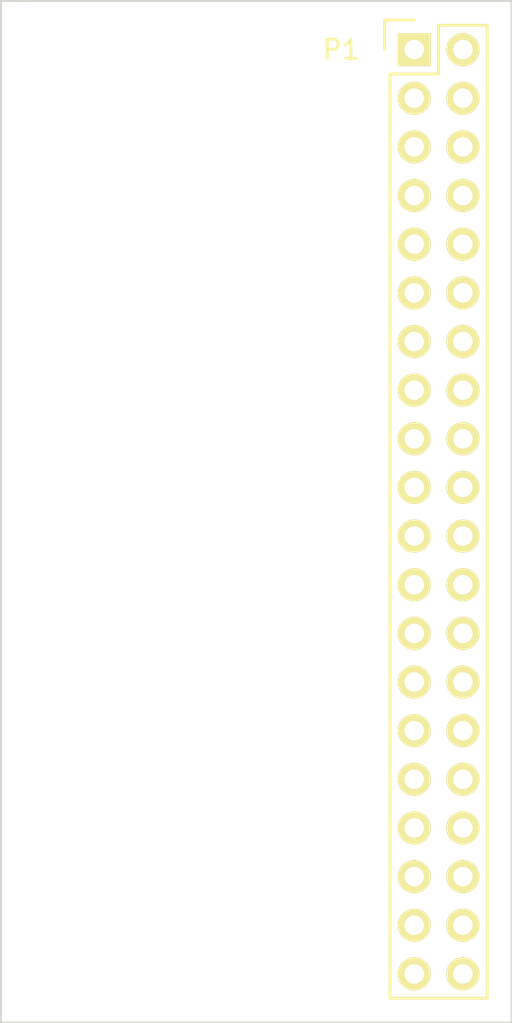
<source format=kicad_pcb>
(kicad_pcb (version 4) (host pcbnew "(after 2015-mar-04 BZR unknown)-product")

  (general
    (links 0)
    (no_connects 0)
    (area 161.239999 49.115 197.178811 104.190001)
    (thickness 1.6)
    (drawings 7)
    (tracks 0)
    (zones 0)
    (modules 1)
    (nets 41)
  )

  (page A4)
  (layers
    (0 F.Cu signal)
    (31 B.Cu signal)
    (32 B.Adhes user)
    (33 F.Adhes user)
    (34 B.Paste user)
    (35 F.Paste user)
    (36 B.SilkS user)
    (37 F.SilkS user)
    (38 B.Mask user)
    (39 F.Mask user)
    (40 Dwgs.User user)
    (41 Cmts.User user)
    (42 Eco1.User user)
    (43 Eco2.User user)
    (44 Edge.Cuts user)
    (45 Margin user)
    (46 B.CrtYd user)
    (47 F.CrtYd user)
    (48 B.Fab user)
    (49 F.Fab user)
  )

  (setup
    (last_trace_width 0.25)
    (trace_clearance 0.2)
    (zone_clearance 0.508)
    (zone_45_only no)
    (trace_min 0.2)
    (segment_width 0.2)
    (edge_width 0.1)
    (via_size 0.6)
    (via_drill 0.4)
    (via_min_size 0.4)
    (via_min_drill 0.3)
    (uvia_size 0.3)
    (uvia_drill 0.1)
    (uvias_allowed no)
    (uvia_min_size 0.2)
    (uvia_min_drill 0.1)
    (pcb_text_width 0.3)
    (pcb_text_size 1.5 1.5)
    (mod_edge_width 0.15)
    (mod_text_size 1 1)
    (mod_text_width 0.15)
    (pad_size 1.5 1.5)
    (pad_drill 0.6)
    (pad_to_mask_clearance 0)
    (aux_axis_origin 0 0)
    (visible_elements 7FFFFFFF)
    (pcbplotparams
      (layerselection 0x00030_80000001)
      (usegerberextensions false)
      (excludeedgelayer true)
      (linewidth 0.100000)
      (plotframeref false)
      (viasonmask false)
      (mode 1)
      (useauxorigin false)
      (hpglpennumber 1)
      (hpglpenspeed 20)
      (hpglpendiameter 15)
      (hpglpenoverlay 2)
      (psnegative false)
      (psa4output false)
      (plotreference true)
      (plotvalue true)
      (plotinvisibletext false)
      (padsonsilk false)
      (subtractmaskfromsilk false)
      (outputformat 1)
      (mirror false)
      (drillshape 1)
      (scaleselection 1)
      (outputdirectory ""))
  )

  (net 0 "")
  (net 1 +5V)
  (net 2 +BATT)
  (net 3 NRST)
  (net 4 USB_A_DM)
  (net 5 +3V3)
  (net 6 USB_A_DP)
  (net 7 SPI1_CLK)
  (net 8 PA22)
  (net 9 GND)
  (net 10 SPI1_MISO)
  (net 11 I2S_TK)
  (net 12 SPI1_CS2)
  (net 13 PA25)
  (net 14 GPIO_26)
  (net 15 USB_B_DP)
  (net 16 PA27)
  (net 17 USB_B_DM)
  (net 18 GPIO_28)
  (net 19 USB_C_DM)
  (net 20 USB_C_DP)
  (net 21 GPIO_1)
  (net 22 PB12)
  (net 23 SDA0)
  (net 24 PA29)
  (net 25 GPIO_0)
  (net 26 PA8)
  (net 27 PA7)
  (net 28 RXD1)
  (net 29 PA5)
  (net 30 GPIO_92)
  (net 31 PC27)
  (net 32 GPIO_68)
  (net 33 1W_4)
  (net 34 PC3)
  (net 35 PWM0)
  (net 36 PC2)
  (net 37 PC1)
  (net 38 PB13)
  (net 39 GPIO_64)
  (net 40 PWM3)

  (net_class Default "This is the default net class."
    (clearance 0.2)
    (trace_width 0.25)
    (via_dia 0.6)
    (via_drill 0.4)
    (uvia_dia 0.3)
    (uvia_drill 0.1)
    (add_net +3V3)
    (add_net +5V)
    (add_net +BATT)
    (add_net 1W_4)
    (add_net GND)
    (add_net GPIO_0)
    (add_net GPIO_1)
    (add_net GPIO_26)
    (add_net GPIO_28)
    (add_net GPIO_64)
    (add_net GPIO_68)
    (add_net GPIO_92)
    (add_net I2S_TK)
    (add_net NRST)
    (add_net PA22)
    (add_net PA25)
    (add_net PA27)
    (add_net PA29)
    (add_net PA5)
    (add_net PA7)
    (add_net PA8)
    (add_net PB12)
    (add_net PB13)
    (add_net PC1)
    (add_net PC2)
    (add_net PC27)
    (add_net PC3)
    (add_net PWM0)
    (add_net PWM3)
    (add_net RXD1)
    (add_net SDA0)
    (add_net SPI1_CLK)
    (add_net SPI1_CS2)
    (add_net SPI1_MISO)
    (add_net USB_A_DM)
    (add_net USB_A_DP)
    (add_net USB_B_DM)
    (add_net USB_B_DP)
    (add_net USB_C_DM)
    (add_net USB_C_DP)
  )

  (module Pin_Headers:Pin_Header_Straight_2x20 (layer F.Cu) (tedit 5534102A) (tstamp 55340F3D)
    (at 182.88 53.34)
    (descr "Through hole pin header")
    (tags "pin header")
    (path /5533B868)
    (fp_text reference P1 (at -3.81 0) (layer F.SilkS)
      (effects (font (size 1 1) (thickness 0.15)))
    )
    (fp_text value HEADER_F_2.54MM_2R40P_ST_AU_PTH (at 0 -3.1) (layer F.Fab) hide
      (effects (font (size 1 1) (thickness 0.15)))
    )
    (fp_line (start -1.75 -1.75) (end -1.75 50.05) (layer F.CrtYd) (width 0.05))
    (fp_line (start 4.3 -1.75) (end 4.3 50.05) (layer F.CrtYd) (width 0.05))
    (fp_line (start -1.75 -1.75) (end 4.3 -1.75) (layer F.CrtYd) (width 0.05))
    (fp_line (start -1.75 50.05) (end 4.3 50.05) (layer F.CrtYd) (width 0.05))
    (fp_line (start 3.81 49.53) (end 3.81 -1.27) (layer F.SilkS) (width 0.15))
    (fp_line (start -1.27 1.27) (end -1.27 49.53) (layer F.SilkS) (width 0.15))
    (fp_line (start 3.81 49.53) (end -1.27 49.53) (layer F.SilkS) (width 0.15))
    (fp_line (start 3.81 -1.27) (end 1.27 -1.27) (layer F.SilkS) (width 0.15))
    (fp_line (start 0 -1.55) (end -1.55 -1.55) (layer F.SilkS) (width 0.15))
    (fp_line (start 1.27 -1.27) (end 1.27 1.27) (layer F.SilkS) (width 0.15))
    (fp_line (start 1.27 1.27) (end -1.27 1.27) (layer F.SilkS) (width 0.15))
    (fp_line (start -1.55 -1.55) (end -1.55 0) (layer F.SilkS) (width 0.15))
    (pad 1 thru_hole rect (at 0 0) (size 1.7272 1.7272) (drill 1.016) (layers *.Cu *.Mask F.SilkS)
      (net 1 +5V))
    (pad 2 thru_hole oval (at 2.54 0) (size 1.7272 1.7272) (drill 1.016) (layers *.Cu *.Mask F.SilkS)
      (net 2 +BATT))
    (pad 3 thru_hole oval (at 0 2.54) (size 1.7272 1.7272) (drill 1.016) (layers *.Cu *.Mask F.SilkS)
      (net 3 NRST))
    (pad 4 thru_hole oval (at 2.54 2.54) (size 1.7272 1.7272) (drill 1.016) (layers *.Cu *.Mask F.SilkS)
      (net 4 USB_A_DM))
    (pad 5 thru_hole oval (at 0 5.08) (size 1.7272 1.7272) (drill 1.016) (layers *.Cu *.Mask F.SilkS)
      (net 5 +3V3))
    (pad 6 thru_hole oval (at 2.54 5.08) (size 1.7272 1.7272) (drill 1.016) (layers *.Cu *.Mask F.SilkS)
      (net 6 USB_A_DP))
    (pad 7 thru_hole oval (at 0 7.62) (size 1.7272 1.7272) (drill 1.016) (layers *.Cu *.Mask F.SilkS)
      (net 7 SPI1_CLK))
    (pad 8 thru_hole oval (at 2.54 7.62) (size 1.7272 1.7272) (drill 1.016) (layers *.Cu *.Mask F.SilkS)
      (net 8 PA22))
    (pad 9 thru_hole oval (at 0 10.16) (size 1.7272 1.7272) (drill 1.016) (layers *.Cu *.Mask F.SilkS)
      (net 9 GND))
    (pad 10 thru_hole oval (at 2.54 10.16) (size 1.7272 1.7272) (drill 1.016) (layers *.Cu *.Mask F.SilkS)
      (net 10 SPI1_MISO))
    (pad 11 thru_hole oval (at 0 12.7) (size 1.7272 1.7272) (drill 1.016) (layers *.Cu *.Mask F.SilkS)
      (net 11 I2S_TK))
    (pad 12 thru_hole oval (at 2.54 12.7) (size 1.7272 1.7272) (drill 1.016) (layers *.Cu *.Mask F.SilkS)
      (net 12 SPI1_CS2))
    (pad 13 thru_hole oval (at 0 15.24) (size 1.7272 1.7272) (drill 1.016) (layers *.Cu *.Mask F.SilkS)
      (net 13 PA25))
    (pad 14 thru_hole oval (at 2.54 15.24) (size 1.7272 1.7272) (drill 1.016) (layers *.Cu *.Mask F.SilkS)
      (net 23 SDA0))
    (pad 15 thru_hole oval (at 0 17.78) (size 1.7272 1.7272) (drill 1.016) (layers *.Cu *.Mask F.SilkS)
      (net 14 GPIO_26))
    (pad 16 thru_hole oval (at 2.54 17.78) (size 1.7272 1.7272) (drill 1.016) (layers *.Cu *.Mask F.SilkS)
      (net 15 USB_B_DP))
    (pad 17 thru_hole oval (at 0 20.32) (size 1.7272 1.7272) (drill 1.016) (layers *.Cu *.Mask F.SilkS)
      (net 16 PA27))
    (pad 18 thru_hole oval (at 2.54 20.32) (size 1.7272 1.7272) (drill 1.016) (layers *.Cu *.Mask F.SilkS)
      (net 17 USB_B_DM))
    (pad 19 thru_hole oval (at 0 22.86) (size 1.7272 1.7272) (drill 1.016) (layers *.Cu *.Mask F.SilkS)
      (net 18 GPIO_28))
    (pad 20 thru_hole oval (at 2.54 22.86) (size 1.7272 1.7272) (drill 1.016) (layers *.Cu *.Mask F.SilkS)
      (net 19 USB_C_DM))
    (pad 21 thru_hole oval (at 0 25.4) (size 1.7272 1.7272) (drill 1.016) (layers *.Cu *.Mask F.SilkS)
      (net 24 PA29))
    (pad 22 thru_hole oval (at 2.54 25.4) (size 1.7272 1.7272) (drill 1.016) (layers *.Cu *.Mask F.SilkS)
      (net 20 USB_C_DP))
    (pad 23 thru_hole oval (at 0 27.94) (size 1.7272 1.7272) (drill 1.016) (layers *.Cu *.Mask F.SilkS)
      (net 25 GPIO_0))
    (pad 24 thru_hole oval (at 2.54 27.94) (size 1.7272 1.7272) (drill 1.016) (layers *.Cu *.Mask F.SilkS)
      (net 21 GPIO_1))
    (pad 25 thru_hole oval (at 0 30.48) (size 1.7272 1.7272) (drill 1.016) (layers *.Cu *.Mask F.SilkS)
      (net 26 PA8))
    (pad 26 thru_hole oval (at 2.54 30.48) (size 1.7272 1.7272) (drill 1.016) (layers *.Cu *.Mask F.SilkS)
      (net 27 PA7))
    (pad 27 thru_hole oval (at 0 33.02) (size 1.7272 1.7272) (drill 1.016) (layers *.Cu *.Mask F.SilkS)
      (net 28 RXD1))
    (pad 28 thru_hole oval (at 2.54 33.02) (size 1.7272 1.7272) (drill 1.016) (layers *.Cu *.Mask F.SilkS)
      (net 29 PA5))
    (pad 29 thru_hole oval (at 0 35.56) (size 1.7272 1.7272) (drill 1.016) (layers *.Cu *.Mask F.SilkS)
      (net 30 GPIO_92))
    (pad 30 thru_hole oval (at 2.54 35.56) (size 1.7272 1.7272) (drill 1.016) (layers *.Cu *.Mask F.SilkS)
      (net 31 PC27))
    (pad 31 thru_hole oval (at 0 38.1) (size 1.7272 1.7272) (drill 1.016) (layers *.Cu *.Mask F.SilkS)
      (net 32 GPIO_68))
    (pad 32 thru_hole oval (at 2.54 38.1) (size 1.7272 1.7272) (drill 1.016) (layers *.Cu *.Mask F.SilkS)
      (net 33 1W_4))
    (pad 33 thru_hole oval (at 0 40.64) (size 1.7272 1.7272) (drill 1.016) (layers *.Cu *.Mask F.SilkS)
      (net 34 PC3))
    (pad 34 thru_hole oval (at 2.54 40.64) (size 1.7272 1.7272) (drill 1.016) (layers *.Cu *.Mask F.SilkS)
      (net 35 PWM0))
    (pad 35 thru_hole oval (at 0 43.18) (size 1.7272 1.7272) (drill 1.016) (layers *.Cu *.Mask F.SilkS)
      (net 36 PC2))
    (pad 36 thru_hole oval (at 2.54 43.18) (size 1.7272 1.7272) (drill 1.016) (layers *.Cu *.Mask F.SilkS)
      (net 22 PB12))
    (pad 37 thru_hole oval (at 0 45.72) (size 1.7272 1.7272) (drill 1.016) (layers *.Cu *.Mask F.SilkS)
      (net 37 PC1))
    (pad 38 thru_hole oval (at 2.54 45.72) (size 1.7272 1.7272) (drill 1.016) (layers *.Cu *.Mask F.SilkS)
      (net 38 PB13))
    (pad 39 thru_hole oval (at 0 48.26) (size 1.7272 1.7272) (drill 1.016) (layers *.Cu *.Mask F.SilkS)
      (net 39 GPIO_64))
    (pad 40 thru_hole oval (at 2.54 48.26) (size 1.7272 1.7272) (drill 1.016) (layers *.Cu *.Mask F.SilkS)
      (net 40 PWM3))
    (model Pin_Headers.3dshapes/Pin_Header_Straight_2x20.wrl
      (at (xyz 0.05 -0.95 0))
      (scale (xyz 1 1 1))
      (rotate (xyz 0 0 90))
    )
  )

  (gr_line (start 161.29 104.14) (end 162.56 104.14) (angle 90) (layer Edge.Cuts) (width 0.1))
  (gr_line (start 161.29 50.8) (end 161.29 104.14) (angle 90) (layer Edge.Cuts) (width 0.1))
  (gr_line (start 162.56 50.8) (end 161.29 50.8) (angle 90) (layer Edge.Cuts) (width 0.1))
  (gr_line (start 187.96 50.8) (end 187.96 101.6) (angle 90) (layer Edge.Cuts) (width 0.1))
  (gr_line (start 187.96 104.14) (end 162.56 104.14) (angle 90) (layer Edge.Cuts) (width 0.1))
  (gr_line (start 187.96 101.6) (end 187.96 104.14) (angle 90) (layer Edge.Cuts) (width 0.1))
  (gr_line (start 162.56 50.8) (end 187.96 50.8) (angle 90) (layer Edge.Cuts) (width 0.1))

)

</source>
